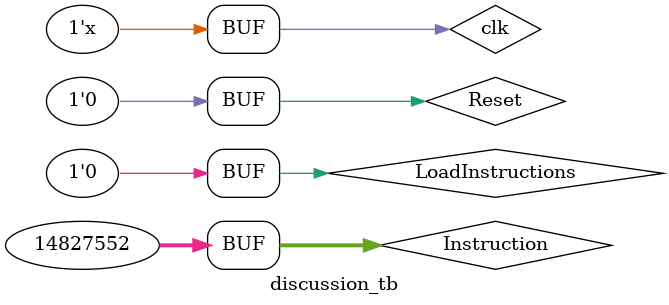
<source format=v>
`timescale 1ns / 1ps

module discussion_tb;

   // Inputs
   reg clk;
   reg Reset;
   reg LoadInstructions;
   reg [31:0] Instruction;
   
   // Outputs
   wire [31:0] out;
   
   // Instantiate the Unit Under Test (UUT)
   CPU uut (
            .out(out), 
            .clk(clk), 
            .Reset(Reset), 
            .LoadInstructions(LoadInstructions), 
            .Instruction(Instruction)
            );
   
   initial begin
      // Initialize Inputs
      clk = 0;
      Reset = 1;
      LoadInstructions = 0;
      Instruction = 0;
      #10;
      
      Reset = 0;
      LoadInstructions = 1;
      // #10;
      // 0
      Instruction = 32'b001000_00000_00001_0000000110100111; // addi $R1, $0, 423
      #10; // 1                                              // -> 423
      Instruction = 32'b001000_00000_00010_0000000001011100; // addi $R2, $0, 92
      #10; // 2                                              // -> 92
      Instruction = 32'b001000_00000_00011_0000000000001101; // addi $R3, $0, 13
      #10; // 3                                              // -> 13
      Instruction = 32'b001000_00000_00100_0000000010010010; // addi $R4, $0, 146
      #10; // 4                                              // -> 146
      Instruction = 32'b001000_00000_00101_0000000000000101; // addi $R5, $0, 5
      #10; // 5                                              // -> 5
      Instruction = 32'b000000_00001_00100_00101_00000_100000; // add $R5, $R1, $R4
      #10; // 6                                             // -> 569 (423 if wrong)
      Instruction = 32'b000000_00011_00101_00110_00000_101010; // slt $R6, $R3, $R5
      #10; // 7                                                // -> 1 (0 if wrong)
      Instruction = 32'b100011_00000_00100_0000000000000100;   // LW $R4, 4(R0)
      #10; // 8                                                // -> 4
      Instruction = 32'b000000_00100_00110_00111_00000_100010; // sub $R7, $R4, $R6
      #10; // 9                                         // -> 3 (146 or 145 if wrong)
      Instruction = 32'b101011_00000_00111_0000000000000000;   // SW $R7, 0(R0)
      #10; // 10
      Instruction = 32'b000000_00111_00010_01000_00000_100000; // add R8, R7, R2
      #10; //
		
      LoadInstructions = 0;
      Reset = 1;
      #10;
		
      Reset = 0;
      #100;
      
   end
	
   always begin
      #5;
      clk = ~clk;
   end
   
endmodule

</source>
